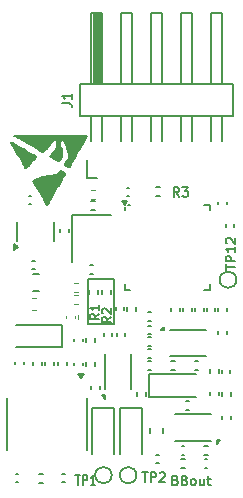
<source format=gbr>
%TF.GenerationSoftware,KiCad,Pcbnew,8.0.0*%
%TF.CreationDate,2024-03-04T10:53:05+03:00*%
%TF.ProjectId,micro17,6d696372-6f31-4372-9e6b-696361645f70,rev?*%
%TF.SameCoordinates,Original*%
%TF.FileFunction,Legend,Top*%
%TF.FilePolarity,Positive*%
%FSLAX46Y46*%
G04 Gerber Fmt 4.6, Leading zero omitted, Abs format (unit mm)*
G04 Created by KiCad (PCBNEW 8.0.0) date 2024-03-04 10:53:05*
%MOMM*%
%LPD*%
G01*
G04 APERTURE LIST*
%ADD10C,0.160000*%
%ADD11C,0.120000*%
%ADD12R,0.760000X6.000000*%
G04 APERTURE END LIST*
D10*
X187400000Y-62200000D02*
X189600000Y-62200000D01*
X189600000Y-66000000D02*
X187400000Y-66000000D01*
X189600000Y-62200000D02*
X189600000Y-66000000D01*
X187400000Y-66000000D02*
X187400000Y-62200000D01*
X194812405Y-79224727D02*
X194926691Y-79262822D01*
X194926691Y-79262822D02*
X194964786Y-79300918D01*
X194964786Y-79300918D02*
X195002882Y-79377108D01*
X195002882Y-79377108D02*
X195002882Y-79491394D01*
X195002882Y-79491394D02*
X194964786Y-79567584D01*
X194964786Y-79567584D02*
X194926691Y-79605680D01*
X194926691Y-79605680D02*
X194850501Y-79643775D01*
X194850501Y-79643775D02*
X194545739Y-79643775D01*
X194545739Y-79643775D02*
X194545739Y-78843775D01*
X194545739Y-78843775D02*
X194812405Y-78843775D01*
X194812405Y-78843775D02*
X194888596Y-78881870D01*
X194888596Y-78881870D02*
X194926691Y-78919965D01*
X194926691Y-78919965D02*
X194964786Y-78996156D01*
X194964786Y-78996156D02*
X194964786Y-79072346D01*
X194964786Y-79072346D02*
X194926691Y-79148537D01*
X194926691Y-79148537D02*
X194888596Y-79186632D01*
X194888596Y-79186632D02*
X194812405Y-79224727D01*
X194812405Y-79224727D02*
X194545739Y-79224727D01*
X195612405Y-79224727D02*
X195726691Y-79262822D01*
X195726691Y-79262822D02*
X195764786Y-79300918D01*
X195764786Y-79300918D02*
X195802882Y-79377108D01*
X195802882Y-79377108D02*
X195802882Y-79491394D01*
X195802882Y-79491394D02*
X195764786Y-79567584D01*
X195764786Y-79567584D02*
X195726691Y-79605680D01*
X195726691Y-79605680D02*
X195650501Y-79643775D01*
X195650501Y-79643775D02*
X195345739Y-79643775D01*
X195345739Y-79643775D02*
X195345739Y-78843775D01*
X195345739Y-78843775D02*
X195612405Y-78843775D01*
X195612405Y-78843775D02*
X195688596Y-78881870D01*
X195688596Y-78881870D02*
X195726691Y-78919965D01*
X195726691Y-78919965D02*
X195764786Y-78996156D01*
X195764786Y-78996156D02*
X195764786Y-79072346D01*
X195764786Y-79072346D02*
X195726691Y-79148537D01*
X195726691Y-79148537D02*
X195688596Y-79186632D01*
X195688596Y-79186632D02*
X195612405Y-79224727D01*
X195612405Y-79224727D02*
X195345739Y-79224727D01*
X196260024Y-79643775D02*
X196183834Y-79605680D01*
X196183834Y-79605680D02*
X196145739Y-79567584D01*
X196145739Y-79567584D02*
X196107643Y-79491394D01*
X196107643Y-79491394D02*
X196107643Y-79262822D01*
X196107643Y-79262822D02*
X196145739Y-79186632D01*
X196145739Y-79186632D02*
X196183834Y-79148537D01*
X196183834Y-79148537D02*
X196260024Y-79110441D01*
X196260024Y-79110441D02*
X196374310Y-79110441D01*
X196374310Y-79110441D02*
X196450501Y-79148537D01*
X196450501Y-79148537D02*
X196488596Y-79186632D01*
X196488596Y-79186632D02*
X196526691Y-79262822D01*
X196526691Y-79262822D02*
X196526691Y-79491394D01*
X196526691Y-79491394D02*
X196488596Y-79567584D01*
X196488596Y-79567584D02*
X196450501Y-79605680D01*
X196450501Y-79605680D02*
X196374310Y-79643775D01*
X196374310Y-79643775D02*
X196260024Y-79643775D01*
X197212406Y-79110441D02*
X197212406Y-79643775D01*
X196869549Y-79110441D02*
X196869549Y-79529489D01*
X196869549Y-79529489D02*
X196907644Y-79605680D01*
X196907644Y-79605680D02*
X196983834Y-79643775D01*
X196983834Y-79643775D02*
X197098120Y-79643775D01*
X197098120Y-79643775D02*
X197174311Y-79605680D01*
X197174311Y-79605680D02*
X197212406Y-79567584D01*
X197479073Y-79110441D02*
X197783835Y-79110441D01*
X197593359Y-78843775D02*
X197593359Y-79529489D01*
X197593359Y-79529489D02*
X197631454Y-79605680D01*
X197631454Y-79605680D02*
X197707644Y-79643775D01*
X197707644Y-79643775D02*
X197783835Y-79643775D01*
X188361775Y-65133332D02*
X187980822Y-65399999D01*
X188361775Y-65590475D02*
X187561775Y-65590475D01*
X187561775Y-65590475D02*
X187561775Y-65285713D01*
X187561775Y-65285713D02*
X187599870Y-65209523D01*
X187599870Y-65209523D02*
X187637965Y-65171428D01*
X187637965Y-65171428D02*
X187714156Y-65133332D01*
X187714156Y-65133332D02*
X187828441Y-65133332D01*
X187828441Y-65133332D02*
X187904632Y-65171428D01*
X187904632Y-65171428D02*
X187942727Y-65209523D01*
X187942727Y-65209523D02*
X187980822Y-65285713D01*
X187980822Y-65285713D02*
X187980822Y-65590475D01*
X188361775Y-64371428D02*
X188361775Y-64828571D01*
X188361775Y-64599999D02*
X187561775Y-64599999D01*
X187561775Y-64599999D02*
X187676060Y-64676190D01*
X187676060Y-64676190D02*
X187752251Y-64752380D01*
X187752251Y-64752380D02*
X187790346Y-64828571D01*
X191990476Y-78561775D02*
X192447619Y-78561775D01*
X192219047Y-79361775D02*
X192219047Y-78561775D01*
X192714286Y-79361775D02*
X192714286Y-78561775D01*
X192714286Y-78561775D02*
X193019048Y-78561775D01*
X193019048Y-78561775D02*
X193095238Y-78599870D01*
X193095238Y-78599870D02*
X193133333Y-78637965D01*
X193133333Y-78637965D02*
X193171429Y-78714156D01*
X193171429Y-78714156D02*
X193171429Y-78828441D01*
X193171429Y-78828441D02*
X193133333Y-78904632D01*
X193133333Y-78904632D02*
X193095238Y-78942727D01*
X193095238Y-78942727D02*
X193019048Y-78980822D01*
X193019048Y-78980822D02*
X192714286Y-78980822D01*
X193476190Y-78637965D02*
X193514286Y-78599870D01*
X193514286Y-78599870D02*
X193590476Y-78561775D01*
X193590476Y-78561775D02*
X193780952Y-78561775D01*
X193780952Y-78561775D02*
X193857143Y-78599870D01*
X193857143Y-78599870D02*
X193895238Y-78637965D01*
X193895238Y-78637965D02*
X193933333Y-78714156D01*
X193933333Y-78714156D02*
X193933333Y-78790346D01*
X193933333Y-78790346D02*
X193895238Y-78904632D01*
X193895238Y-78904632D02*
X193438095Y-79361775D01*
X193438095Y-79361775D02*
X193933333Y-79361775D01*
X195116667Y-55211775D02*
X194850000Y-54830822D01*
X194659524Y-55211775D02*
X194659524Y-54411775D01*
X194659524Y-54411775D02*
X194964286Y-54411775D01*
X194964286Y-54411775D02*
X195040476Y-54449870D01*
X195040476Y-54449870D02*
X195078571Y-54487965D01*
X195078571Y-54487965D02*
X195116667Y-54564156D01*
X195116667Y-54564156D02*
X195116667Y-54678441D01*
X195116667Y-54678441D02*
X195078571Y-54754632D01*
X195078571Y-54754632D02*
X195040476Y-54792727D01*
X195040476Y-54792727D02*
X194964286Y-54830822D01*
X194964286Y-54830822D02*
X194659524Y-54830822D01*
X195383333Y-54411775D02*
X195878571Y-54411775D01*
X195878571Y-54411775D02*
X195611905Y-54716537D01*
X195611905Y-54716537D02*
X195726190Y-54716537D01*
X195726190Y-54716537D02*
X195802381Y-54754632D01*
X195802381Y-54754632D02*
X195840476Y-54792727D01*
X195840476Y-54792727D02*
X195878571Y-54868918D01*
X195878571Y-54868918D02*
X195878571Y-55059394D01*
X195878571Y-55059394D02*
X195840476Y-55135584D01*
X195840476Y-55135584D02*
X195802381Y-55173680D01*
X195802381Y-55173680D02*
X195726190Y-55211775D01*
X195726190Y-55211775D02*
X195497619Y-55211775D01*
X195497619Y-55211775D02*
X195421428Y-55173680D01*
X195421428Y-55173680D02*
X195383333Y-55135584D01*
X185211775Y-47294166D02*
X185783203Y-47294166D01*
X185783203Y-47294166D02*
X185897489Y-47332261D01*
X185897489Y-47332261D02*
X185973680Y-47408452D01*
X185973680Y-47408452D02*
X186011775Y-47522737D01*
X186011775Y-47522737D02*
X186011775Y-47598928D01*
X186011775Y-46494166D02*
X186011775Y-46951309D01*
X186011775Y-46722737D02*
X185211775Y-46722737D01*
X185211775Y-46722737D02*
X185326060Y-46798928D01*
X185326060Y-46798928D02*
X185402251Y-46875118D01*
X185402251Y-46875118D02*
X185440346Y-46951309D01*
X199061775Y-61390476D02*
X199061775Y-60933333D01*
X199861775Y-61161905D02*
X199061775Y-61161905D01*
X199861775Y-60666666D02*
X199061775Y-60666666D01*
X199061775Y-60666666D02*
X199061775Y-60361904D01*
X199061775Y-60361904D02*
X199099870Y-60285714D01*
X199099870Y-60285714D02*
X199137965Y-60247619D01*
X199137965Y-60247619D02*
X199214156Y-60209523D01*
X199214156Y-60209523D02*
X199328441Y-60209523D01*
X199328441Y-60209523D02*
X199404632Y-60247619D01*
X199404632Y-60247619D02*
X199442727Y-60285714D01*
X199442727Y-60285714D02*
X199480822Y-60361904D01*
X199480822Y-60361904D02*
X199480822Y-60666666D01*
X199861775Y-59447619D02*
X199861775Y-59904762D01*
X199861775Y-59676190D02*
X199061775Y-59676190D01*
X199061775Y-59676190D02*
X199176060Y-59752381D01*
X199176060Y-59752381D02*
X199252251Y-59828571D01*
X199252251Y-59828571D02*
X199290346Y-59904762D01*
X199137965Y-59142857D02*
X199099870Y-59104761D01*
X199099870Y-59104761D02*
X199061775Y-59028571D01*
X199061775Y-59028571D02*
X199061775Y-58838095D01*
X199061775Y-58838095D02*
X199099870Y-58761904D01*
X199099870Y-58761904D02*
X199137965Y-58723809D01*
X199137965Y-58723809D02*
X199214156Y-58685714D01*
X199214156Y-58685714D02*
X199290346Y-58685714D01*
X199290346Y-58685714D02*
X199404632Y-58723809D01*
X199404632Y-58723809D02*
X199861775Y-59180952D01*
X199861775Y-59180952D02*
X199861775Y-58685714D01*
X186316666Y-78811775D02*
X186716666Y-78811775D01*
X186516666Y-79611775D02*
X186516666Y-78811775D01*
X186949999Y-79611775D02*
X186949999Y-78811775D01*
X186949999Y-78811775D02*
X187216666Y-78811775D01*
X187216666Y-78811775D02*
X187283333Y-78849870D01*
X187283333Y-78849870D02*
X187316666Y-78887965D01*
X187316666Y-78887965D02*
X187349999Y-78964156D01*
X187349999Y-78964156D02*
X187349999Y-79078441D01*
X187349999Y-79078441D02*
X187316666Y-79154632D01*
X187316666Y-79154632D02*
X187283333Y-79192727D01*
X187283333Y-79192727D02*
X187216666Y-79230822D01*
X187216666Y-79230822D02*
X186949999Y-79230822D01*
X188016666Y-79611775D02*
X187616666Y-79611775D01*
X187816666Y-79611775D02*
X187816666Y-78811775D01*
X187816666Y-78811775D02*
X187749999Y-78926060D01*
X187749999Y-78926060D02*
X187683333Y-79002251D01*
X187683333Y-79002251D02*
X187616666Y-79040346D01*
X189361775Y-65375000D02*
X188980822Y-65625000D01*
X189361775Y-65803571D02*
X188561775Y-65803571D01*
X188561775Y-65803571D02*
X188561775Y-65517857D01*
X188561775Y-65517857D02*
X188599870Y-65446428D01*
X188599870Y-65446428D02*
X188637965Y-65410714D01*
X188637965Y-65410714D02*
X188714156Y-65375000D01*
X188714156Y-65375000D02*
X188828441Y-65375000D01*
X188828441Y-65375000D02*
X188904632Y-65410714D01*
X188904632Y-65410714D02*
X188942727Y-65446428D01*
X188942727Y-65446428D02*
X188980822Y-65517857D01*
X188980822Y-65517857D02*
X188980822Y-65803571D01*
X188637965Y-65089285D02*
X188599870Y-65053571D01*
X188599870Y-65053571D02*
X188561775Y-64982143D01*
X188561775Y-64982143D02*
X188561775Y-64803571D01*
X188561775Y-64803571D02*
X188599870Y-64732143D01*
X188599870Y-64732143D02*
X188637965Y-64696428D01*
X188637965Y-64696428D02*
X188714156Y-64660714D01*
X188714156Y-64660714D02*
X188790346Y-64660714D01*
X188790346Y-64660714D02*
X188904632Y-64696428D01*
X188904632Y-64696428D02*
X189361775Y-65125000D01*
X189361775Y-65125000D02*
X189361775Y-64660714D01*
D11*
%TO.C,FB1*%
X182628733Y-63790000D02*
X182971267Y-63790000D01*
X182628733Y-64810000D02*
X182971267Y-64810000D01*
D10*
%TO.C,R13*%
X187220000Y-69221359D02*
X187220000Y-69528641D01*
X187980000Y-69221359D02*
X187980000Y-69528641D01*
%TO.C,C19*%
X192479664Y-66140000D02*
X192695336Y-66140000D01*
X192479664Y-66860000D02*
X192695336Y-66860000D01*
%TO.C,C31*%
X193377836Y-77061250D02*
X193162164Y-77061250D01*
X193377836Y-77781250D02*
X193162164Y-77781250D01*
D11*
%TO.C,R29*%
X187646359Y-54620000D02*
X187953641Y-54620000D01*
X187646359Y-55380000D02*
X187953641Y-55380000D01*
D10*
%TO.C,C28*%
X192590000Y-70265000D02*
X192590000Y-72135000D01*
X192590000Y-72135000D02*
X196500000Y-72135000D01*
X196500000Y-70265000D02*
X192590000Y-70265000D01*
%TO.C,C20*%
X198740000Y-70107836D02*
X198740000Y-69892164D01*
X199460000Y-70107836D02*
X199460000Y-69892164D01*
%TO.C,R1*%
X187520000Y-63146359D02*
X187520000Y-63453641D01*
X188280000Y-63146359D02*
X188280000Y-63453641D01*
%TO.C,R10*%
X192433859Y-67120000D02*
X192741141Y-67120000D01*
X192433859Y-67880000D02*
X192741141Y-67880000D01*
%TO.C,U2*%
X181390000Y-58200000D02*
X181390000Y-57400000D01*
X181390000Y-58200000D02*
X181390000Y-59000000D01*
X184510000Y-58200000D02*
X184510000Y-57400000D01*
X184510000Y-58200000D02*
X184510000Y-59000000D01*
X181440000Y-59500000D02*
X181110000Y-59740000D01*
X181110000Y-59260000D01*
X181440000Y-59500000D01*
G36*
X181440000Y-59500000D02*
G01*
X181110000Y-59740000D01*
X181110000Y-59260000D01*
X181440000Y-59500000D01*
G37*
%TO.C,R5*%
X196425000Y-64933641D02*
X196425000Y-64626359D01*
X197185000Y-64933641D02*
X197185000Y-64626359D01*
D11*
%TO.C,R27*%
X187280000Y-65246359D02*
X187280000Y-65553641D01*
X186520000Y-65246359D02*
X186520000Y-65553641D01*
D10*
%TO.C,R20*%
X192446359Y-69120000D02*
X192753641Y-69120000D01*
X192446359Y-69880000D02*
X192753641Y-69880000D01*
%TO.C,SYM1*%
X180879364Y-50607758D02*
X180918059Y-50629797D01*
X180979513Y-50665029D01*
X181061702Y-50712289D01*
X181162604Y-50770411D01*
X181280195Y-50838229D01*
X181412454Y-50914576D01*
X181557358Y-50998286D01*
X181712883Y-51088194D01*
X181877008Y-51183133D01*
X181939451Y-51219268D01*
X182106513Y-51315917D01*
X182265926Y-51408062D01*
X182415645Y-51494525D01*
X182553624Y-51574129D01*
X182677815Y-51645695D01*
X182786173Y-51708045D01*
X182876652Y-51760002D01*
X182947204Y-51800387D01*
X182995785Y-51828022D01*
X183020346Y-51841728D01*
X183022915Y-51843026D01*
X183015431Y-51854780D01*
X182989386Y-51886205D01*
X182947441Y-51934406D01*
X182892254Y-51996490D01*
X182826483Y-52069561D01*
X182752788Y-52150724D01*
X182673827Y-52237084D01*
X182592260Y-52325747D01*
X182510746Y-52413818D01*
X182431943Y-52498401D01*
X182358510Y-52576603D01*
X182293107Y-52645528D01*
X182238392Y-52702281D01*
X182197023Y-52743968D01*
X182182836Y-52757637D01*
X182135820Y-52801799D01*
X182112472Y-52765381D01*
X182101092Y-52746307D01*
X182075512Y-52702579D01*
X182036998Y-52636381D01*
X181986814Y-52549898D01*
X181926225Y-52445315D01*
X181856497Y-52324817D01*
X181778893Y-52190588D01*
X181694680Y-52044813D01*
X181605121Y-51889677D01*
X181513002Y-51730000D01*
X181418924Y-51566883D01*
X181328598Y-51410291D01*
X181243335Y-51262494D01*
X181164443Y-51125760D01*
X181093231Y-51002358D01*
X181031009Y-50894556D01*
X180979087Y-50804623D01*
X180938772Y-50734827D01*
X180911376Y-50687436D01*
X180898493Y-50665214D01*
X180877493Y-50627670D01*
X180866075Y-50604169D01*
X180865449Y-50600080D01*
X180879364Y-50607758D01*
G36*
X180879364Y-50607758D02*
G01*
X180918059Y-50629797D01*
X180979513Y-50665029D01*
X181061702Y-50712289D01*
X181162604Y-50770411D01*
X181280195Y-50838229D01*
X181412454Y-50914576D01*
X181557358Y-50998286D01*
X181712883Y-51088194D01*
X181877008Y-51183133D01*
X181939451Y-51219268D01*
X182106513Y-51315917D01*
X182265926Y-51408062D01*
X182415645Y-51494525D01*
X182553624Y-51574129D01*
X182677815Y-51645695D01*
X182786173Y-51708045D01*
X182876652Y-51760002D01*
X182947204Y-51800387D01*
X182995785Y-51828022D01*
X183020346Y-51841728D01*
X183022915Y-51843026D01*
X183015431Y-51854780D01*
X182989386Y-51886205D01*
X182947441Y-51934406D01*
X182892254Y-51996490D01*
X182826483Y-52069561D01*
X182752788Y-52150724D01*
X182673827Y-52237084D01*
X182592260Y-52325747D01*
X182510746Y-52413818D01*
X182431943Y-52498401D01*
X182358510Y-52576603D01*
X182293107Y-52645528D01*
X182238392Y-52702281D01*
X182197023Y-52743968D01*
X182182836Y-52757637D01*
X182135820Y-52801799D01*
X182112472Y-52765381D01*
X182101092Y-52746307D01*
X182075512Y-52702579D01*
X182036998Y-52636381D01*
X181986814Y-52549898D01*
X181926225Y-52445315D01*
X181856497Y-52324817D01*
X181778893Y-52190588D01*
X181694680Y-52044813D01*
X181605121Y-51889677D01*
X181513002Y-51730000D01*
X181418924Y-51566883D01*
X181328598Y-51410291D01*
X181243335Y-51262494D01*
X181164443Y-51125760D01*
X181093231Y-51002358D01*
X181031009Y-50894556D01*
X180979087Y-50804623D01*
X180938772Y-50734827D01*
X180911376Y-50687436D01*
X180898493Y-50665214D01*
X180877493Y-50627670D01*
X180866075Y-50604169D01*
X180865449Y-50600080D01*
X180879364Y-50607758D01*
G37*
X185126734Y-53061746D02*
X185175032Y-53086604D01*
X185244373Y-53126048D01*
X185292561Y-53154413D01*
X185364417Y-53198753D01*
X185420258Y-53236721D01*
X185456333Y-53265584D01*
X185468887Y-53282612D01*
X185468879Y-53282736D01*
X185461094Y-53298963D01*
X185439108Y-53339600D01*
X185404197Y-53402433D01*
X185357637Y-53485248D01*
X185300705Y-53585828D01*
X185234677Y-53701960D01*
X185160828Y-53831429D01*
X185080436Y-53972020D01*
X184994776Y-54121518D01*
X184905124Y-54277708D01*
X184812757Y-54438376D01*
X184718951Y-54601307D01*
X184624982Y-54764287D01*
X184532126Y-54925100D01*
X184441660Y-55081532D01*
X184354859Y-55231367D01*
X184273000Y-55372392D01*
X184197359Y-55502391D01*
X184129213Y-55619151D01*
X184069837Y-55720455D01*
X184020507Y-55804089D01*
X183982500Y-55867838D01*
X183957093Y-55909489D01*
X183945560Y-55926825D01*
X183945077Y-55927195D01*
X183935957Y-55914165D01*
X183912935Y-55876755D01*
X183877466Y-55817486D01*
X183831004Y-55738882D01*
X183775004Y-55643462D01*
X183710919Y-55533750D01*
X183640204Y-55412266D01*
X183564313Y-55281532D01*
X183484701Y-55144070D01*
X183402822Y-55002402D01*
X183320130Y-54859049D01*
X183238079Y-54716533D01*
X183158124Y-54577376D01*
X183081719Y-54444099D01*
X183010318Y-54319224D01*
X182945376Y-54205273D01*
X182888347Y-54104767D01*
X182840685Y-54020228D01*
X182803845Y-53954178D01*
X182779280Y-53909138D01*
X182768446Y-53887630D01*
X182768049Y-53886286D01*
X182781499Y-53868035D01*
X182818886Y-53840118D01*
X182875765Y-53805275D01*
X182947688Y-53766246D01*
X183022985Y-53729157D01*
X183125440Y-53684183D01*
X183233183Y-53643774D01*
X183349927Y-53607031D01*
X183479382Y-53573058D01*
X183625260Y-53540956D01*
X183791274Y-53509827D01*
X183981134Y-53478773D01*
X184177531Y-53449855D01*
X184348166Y-53424200D01*
X184491455Y-53398802D01*
X184610992Y-53372398D01*
X184710370Y-53343727D01*
X184793182Y-53311527D01*
X184863022Y-53274535D01*
X184923482Y-53231488D01*
X184978155Y-53181125D01*
X184995786Y-53162417D01*
X185034000Y-53118861D01*
X185062268Y-53083318D01*
X185075382Y-53062417D01*
X185075732Y-53060703D01*
X185080320Y-53050194D01*
X185096242Y-53050076D01*
X185126734Y-53061746D01*
G36*
X185126734Y-53061746D02*
G01*
X185175032Y-53086604D01*
X185244373Y-53126048D01*
X185292561Y-53154413D01*
X185364417Y-53198753D01*
X185420258Y-53236721D01*
X185456333Y-53265584D01*
X185468887Y-53282612D01*
X185468879Y-53282736D01*
X185461094Y-53298963D01*
X185439108Y-53339600D01*
X185404197Y-53402433D01*
X185357637Y-53485248D01*
X185300705Y-53585828D01*
X185234677Y-53701960D01*
X185160828Y-53831429D01*
X185080436Y-53972020D01*
X184994776Y-54121518D01*
X184905124Y-54277708D01*
X184812757Y-54438376D01*
X184718951Y-54601307D01*
X184624982Y-54764287D01*
X184532126Y-54925100D01*
X184441660Y-55081532D01*
X184354859Y-55231367D01*
X184273000Y-55372392D01*
X184197359Y-55502391D01*
X184129213Y-55619151D01*
X184069837Y-55720455D01*
X184020507Y-55804089D01*
X183982500Y-55867838D01*
X183957093Y-55909489D01*
X183945560Y-55926825D01*
X183945077Y-55927195D01*
X183935957Y-55914165D01*
X183912935Y-55876755D01*
X183877466Y-55817486D01*
X183831004Y-55738882D01*
X183775004Y-55643462D01*
X183710919Y-55533750D01*
X183640204Y-55412266D01*
X183564313Y-55281532D01*
X183484701Y-55144070D01*
X183402822Y-55002402D01*
X183320130Y-54859049D01*
X183238079Y-54716533D01*
X183158124Y-54577376D01*
X183081719Y-54444099D01*
X183010318Y-54319224D01*
X182945376Y-54205273D01*
X182888347Y-54104767D01*
X182840685Y-54020228D01*
X182803845Y-53954178D01*
X182779280Y-53909138D01*
X182768446Y-53887630D01*
X182768049Y-53886286D01*
X182781499Y-53868035D01*
X182818886Y-53840118D01*
X182875765Y-53805275D01*
X182947688Y-53766246D01*
X183022985Y-53729157D01*
X183125440Y-53684183D01*
X183233183Y-53643774D01*
X183349927Y-53607031D01*
X183479382Y-53573058D01*
X183625260Y-53540956D01*
X183791274Y-53509827D01*
X183981134Y-53478773D01*
X184177531Y-53449855D01*
X184348166Y-53424200D01*
X184491455Y-53398802D01*
X184610992Y-53372398D01*
X184710370Y-53343727D01*
X184793182Y-53311527D01*
X184863022Y-53274535D01*
X184923482Y-53231488D01*
X184978155Y-53181125D01*
X184995786Y-53162417D01*
X185034000Y-53118861D01*
X185062268Y-53083318D01*
X185075382Y-53062417D01*
X185075732Y-53060703D01*
X185080320Y-53050194D01*
X185096242Y-53050076D01*
X185126734Y-53061746D01*
G37*
X187129947Y-50425153D02*
X187083144Y-50506320D01*
X187022898Y-50610834D01*
X186951222Y-50735199D01*
X186870131Y-50875918D01*
X186781638Y-51029497D01*
X186687760Y-51192438D01*
X186590509Y-51361246D01*
X186491900Y-51532425D01*
X186393947Y-51702479D01*
X186369175Y-51745488D01*
X186278848Y-51902143D01*
X186192711Y-52051197D01*
X186112058Y-52190432D01*
X186038184Y-52317629D01*
X185972383Y-52430568D01*
X185915950Y-52527032D01*
X185870179Y-52604800D01*
X185836365Y-52661654D01*
X185815802Y-52695375D01*
X185810047Y-52703960D01*
X185797942Y-52710811D01*
X185777906Y-52708842D01*
X185745381Y-52696264D01*
X185695807Y-52671288D01*
X185624626Y-52632124D01*
X185619084Y-52629012D01*
X185553526Y-52591524D01*
X185498202Y-52558681D01*
X185458545Y-52533795D01*
X185439988Y-52520180D01*
X185439469Y-52519513D01*
X185443952Y-52500610D01*
X185464514Y-52458395D01*
X185499817Y-52395168D01*
X185548520Y-52313228D01*
X185609282Y-52214878D01*
X185680764Y-52102415D01*
X185698555Y-52074835D01*
X185744907Y-51998301D01*
X185778658Y-51932444D01*
X185796847Y-51883218D01*
X185798714Y-51873493D01*
X185797885Y-51830688D01*
X185788606Y-51762791D01*
X185772032Y-51674157D01*
X185749320Y-51569141D01*
X185721627Y-51452098D01*
X185690110Y-51327384D01*
X185655925Y-51199355D01*
X185620229Y-51072366D01*
X185584179Y-50950772D01*
X185548932Y-50838928D01*
X185515644Y-50741190D01*
X185485472Y-50661913D01*
X185464439Y-50614878D01*
X185439663Y-50564775D01*
X185416270Y-50516832D01*
X185415003Y-50514207D01*
X185376301Y-50465780D01*
X185319816Y-50433172D01*
X185254061Y-50417546D01*
X185187549Y-50420063D01*
X185128795Y-50441886D01*
X185095742Y-50470618D01*
X185048141Y-50549417D01*
X185013261Y-50647622D01*
X184994123Y-50755221D01*
X184991412Y-50816220D01*
X185002330Y-50930065D01*
X185034376Y-51024340D01*
X185089274Y-51103621D01*
X185106393Y-51121267D01*
X185157339Y-51170765D01*
X185160837Y-51520638D01*
X185164336Y-51870511D01*
X185075182Y-52005469D01*
X185033346Y-52066555D01*
X184993055Y-52121507D01*
X184960057Y-52162664D01*
X184945874Y-52177808D01*
X184905719Y-52215190D01*
X184851335Y-52185902D01*
X184816961Y-52164916D01*
X184798154Y-52148622D01*
X184796951Y-52145693D01*
X184784097Y-52133272D01*
X184762104Y-52124023D01*
X184740850Y-52115687D01*
X184708306Y-52099851D01*
X184661678Y-52074967D01*
X184598171Y-52039491D01*
X184514992Y-51991877D01*
X184409347Y-51930578D01*
X184351938Y-51897068D01*
X184284406Y-51856929D01*
X184240115Y-51828341D01*
X184215145Y-51807961D01*
X184205577Y-51792447D01*
X184207492Y-51778454D01*
X184209089Y-51775204D01*
X184224624Y-51754734D01*
X184257864Y-51716335D01*
X184304938Y-51664304D01*
X184361972Y-51602934D01*
X184411300Y-51550910D01*
X184524970Y-51427433D01*
X184613895Y-51320409D01*
X184678866Y-51228760D01*
X184720679Y-51151412D01*
X184734783Y-51112134D01*
X184740608Y-51077751D01*
X184746625Y-51019101D01*
X184752304Y-50942883D01*
X184757116Y-50855798D01*
X184759381Y-50800732D01*
X184762541Y-50705536D01*
X184763931Y-50635938D01*
X184763142Y-50586591D01*
X184759765Y-50552146D01*
X184753392Y-50527257D01*
X184743613Y-50506575D01*
X184735933Y-50493947D01*
X184691579Y-50445274D01*
X184634426Y-50411355D01*
X184574292Y-50396562D01*
X184529227Y-50401914D01*
X184488424Y-50425070D01*
X184437276Y-50466538D01*
X184382958Y-50519088D01*
X184332643Y-50575484D01*
X184293506Y-50628495D01*
X184279095Y-50654111D01*
X184257509Y-50689186D01*
X184218247Y-50742611D01*
X184164898Y-50810211D01*
X184101048Y-50887810D01*
X184030285Y-50971232D01*
X183956196Y-51056302D01*
X183882368Y-51138845D01*
X183812389Y-51214684D01*
X183749845Y-51279644D01*
X183700740Y-51327331D01*
X183646221Y-51374968D01*
X183600358Y-51410092D01*
X183568189Y-51429051D01*
X183557511Y-51431136D01*
X183541147Y-51422726D01*
X183500329Y-51400154D01*
X183437414Y-51364776D01*
X183354756Y-51317946D01*
X183254711Y-51261019D01*
X183139634Y-51195351D01*
X183011881Y-51122297D01*
X182873806Y-51043212D01*
X182727766Y-50959452D01*
X182576116Y-50872371D01*
X182421210Y-50783324D01*
X182265405Y-50693668D01*
X182111056Y-50604757D01*
X181960518Y-50517946D01*
X181816146Y-50434591D01*
X181680296Y-50356046D01*
X181555323Y-50283667D01*
X181443583Y-50218810D01*
X181347430Y-50162829D01*
X181269221Y-50117080D01*
X181211311Y-50082917D01*
X181176054Y-50061696D01*
X181165835Y-50055037D01*
X181179598Y-50053720D01*
X181222896Y-50052441D01*
X181294286Y-50051204D01*
X181392327Y-50050017D01*
X181515578Y-50048885D01*
X181662597Y-50047814D01*
X181831943Y-50046811D01*
X182022174Y-50045881D01*
X182231849Y-50045032D01*
X182459527Y-50044268D01*
X182703765Y-50043597D01*
X182963123Y-50043024D01*
X183236159Y-50042556D01*
X183521432Y-50042198D01*
X183817500Y-50041958D01*
X184122921Y-50041841D01*
X184251076Y-50041829D01*
X187351030Y-50041829D01*
X187129947Y-50425153D01*
G36*
X187129947Y-50425153D02*
G01*
X187083144Y-50506320D01*
X187022898Y-50610834D01*
X186951222Y-50735199D01*
X186870131Y-50875918D01*
X186781638Y-51029497D01*
X186687760Y-51192438D01*
X186590509Y-51361246D01*
X186491900Y-51532425D01*
X186393947Y-51702479D01*
X186369175Y-51745488D01*
X186278848Y-51902143D01*
X186192711Y-52051197D01*
X186112058Y-52190432D01*
X186038184Y-52317629D01*
X185972383Y-52430568D01*
X185915950Y-52527032D01*
X185870179Y-52604800D01*
X185836365Y-52661654D01*
X185815802Y-52695375D01*
X185810047Y-52703960D01*
X185797942Y-52710811D01*
X185777906Y-52708842D01*
X185745381Y-52696264D01*
X185695807Y-52671288D01*
X185624626Y-52632124D01*
X185619084Y-52629012D01*
X185553526Y-52591524D01*
X185498202Y-52558681D01*
X185458545Y-52533795D01*
X185439988Y-52520180D01*
X185439469Y-52519513D01*
X185443952Y-52500610D01*
X185464514Y-52458395D01*
X185499817Y-52395168D01*
X185548520Y-52313228D01*
X185609282Y-52214878D01*
X185680764Y-52102415D01*
X185698555Y-52074835D01*
X185744907Y-51998301D01*
X185778658Y-51932444D01*
X185796847Y-51883218D01*
X185798714Y-51873493D01*
X185797885Y-51830688D01*
X185788606Y-51762791D01*
X185772032Y-51674157D01*
X185749320Y-51569141D01*
X185721627Y-51452098D01*
X185690110Y-51327384D01*
X185655925Y-51199355D01*
X185620229Y-51072366D01*
X185584179Y-50950772D01*
X185548932Y-50838928D01*
X185515644Y-50741190D01*
X185485472Y-50661913D01*
X185464439Y-50614878D01*
X185439663Y-50564775D01*
X185416270Y-50516832D01*
X185415003Y-50514207D01*
X185376301Y-50465780D01*
X185319816Y-50433172D01*
X185254061Y-50417546D01*
X185187549Y-50420063D01*
X185128795Y-50441886D01*
X185095742Y-50470618D01*
X185048141Y-50549417D01*
X185013261Y-50647622D01*
X184994123Y-50755221D01*
X184991412Y-50816220D01*
X185002330Y-50930065D01*
X185034376Y-51024340D01*
X185089274Y-51103621D01*
X185106393Y-51121267D01*
X185157339Y-51170765D01*
X185160837Y-51520638D01*
X185164336Y-51870511D01*
X185075182Y-52005469D01*
X185033346Y-52066555D01*
X184993055Y-52121507D01*
X184960057Y-52162664D01*
X184945874Y-52177808D01*
X184905719Y-52215190D01*
X184851335Y-52185902D01*
X184816961Y-52164916D01*
X184798154Y-52148622D01*
X184796951Y-52145693D01*
X184784097Y-52133272D01*
X184762104Y-52124023D01*
X184740850Y-52115687D01*
X184708306Y-52099851D01*
X184661678Y-52074967D01*
X184598171Y-52039491D01*
X184514992Y-51991877D01*
X184409347Y-51930578D01*
X184351938Y-51897068D01*
X184284406Y-51856929D01*
X184240115Y-51828341D01*
X184215145Y-51807961D01*
X184205577Y-51792447D01*
X184207492Y-51778454D01*
X184209089Y-51775204D01*
X184224624Y-51754734D01*
X184257864Y-51716335D01*
X184304938Y-51664304D01*
X184361972Y-51602934D01*
X184411300Y-51550910D01*
X184524970Y-51427433D01*
X184613895Y-51320409D01*
X184678866Y-51228760D01*
X184720679Y-51151412D01*
X184734783Y-51112134D01*
X184740608Y-51077751D01*
X184746625Y-51019101D01*
X184752304Y-50942883D01*
X184757116Y-50855798D01*
X184759381Y-50800732D01*
X184762541Y-50705536D01*
X184763931Y-50635938D01*
X184763142Y-50586591D01*
X184759765Y-50552146D01*
X184753392Y-50527257D01*
X184743613Y-50506575D01*
X184735933Y-50493947D01*
X184691579Y-50445274D01*
X184634426Y-50411355D01*
X184574292Y-50396562D01*
X184529227Y-50401914D01*
X184488424Y-50425070D01*
X184437276Y-50466538D01*
X184382958Y-50519088D01*
X184332643Y-50575484D01*
X184293506Y-50628495D01*
X184279095Y-50654111D01*
X184257509Y-50689186D01*
X184218247Y-50742611D01*
X184164898Y-50810211D01*
X184101048Y-50887810D01*
X184030285Y-50971232D01*
X183956196Y-51056302D01*
X183882368Y-51138845D01*
X183812389Y-51214684D01*
X183749845Y-51279644D01*
X183700740Y-51327331D01*
X183646221Y-51374968D01*
X183600358Y-51410092D01*
X183568189Y-51429051D01*
X183557511Y-51431136D01*
X183541147Y-51422726D01*
X183500329Y-51400154D01*
X183437414Y-51364776D01*
X183354756Y-51317946D01*
X183254711Y-51261019D01*
X183139634Y-51195351D01*
X183011881Y-51122297D01*
X182873806Y-51043212D01*
X182727766Y-50959452D01*
X182576116Y-50872371D01*
X182421210Y-50783324D01*
X182265405Y-50693668D01*
X182111056Y-50604757D01*
X181960518Y-50517946D01*
X181816146Y-50434591D01*
X181680296Y-50356046D01*
X181555323Y-50283667D01*
X181443583Y-50218810D01*
X181347430Y-50162829D01*
X181269221Y-50117080D01*
X181211311Y-50082917D01*
X181176054Y-50061696D01*
X181165835Y-50055037D01*
X181179598Y-50053720D01*
X181222896Y-50052441D01*
X181294286Y-50051204D01*
X181392327Y-50050017D01*
X181515578Y-50048885D01*
X181662597Y-50047814D01*
X181831943Y-50046811D01*
X182022174Y-50045881D01*
X182231849Y-50045032D01*
X182459527Y-50044268D01*
X182703765Y-50043597D01*
X182963123Y-50043024D01*
X183236159Y-50042556D01*
X183521432Y-50042198D01*
X183817500Y-50041958D01*
X184122921Y-50041841D01*
X184251076Y-50041829D01*
X187351030Y-50041829D01*
X187129947Y-50425153D01*
G37*
%TO.C,R16*%
X183578641Y-78657500D02*
X183271359Y-78657500D01*
X183578641Y-79417500D02*
X183271359Y-79417500D01*
%TO.C,R9*%
X198720000Y-72053641D02*
X198720000Y-71746359D01*
X199480000Y-72053641D02*
X199480000Y-71746359D01*
%TO.C,R4*%
X187646359Y-55620000D02*
X187953641Y-55620000D01*
X187646359Y-56380000D02*
X187953641Y-56380000D01*
%TO.C,C17*%
X192707836Y-68140000D02*
X192492164Y-68140000D01*
X192707836Y-68860000D02*
X192492164Y-68860000D01*
%TO.C,C7*%
X197447500Y-64672164D02*
X197447500Y-64887836D01*
X198167500Y-64672164D02*
X198167500Y-64887836D01*
%TO.C,C34*%
X190065000Y-73090000D02*
X190065000Y-77000000D01*
X191935000Y-73090000D02*
X190065000Y-73090000D01*
X191935000Y-77000000D02*
X191935000Y-73090000D01*
%TO.C,C13*%
X182652164Y-60640000D02*
X182867836Y-60640000D01*
X182652164Y-61360000D02*
X182867836Y-61360000D01*
%TO.C,R21*%
X194446359Y-69120000D02*
X194753641Y-69120000D01*
X194446359Y-69880000D02*
X194753641Y-69880000D01*
%TO.C,TP2*%
X191500000Y-78800000D02*
G75*
G02*
X190100000Y-78800000I-700000J0D01*
G01*
X190100000Y-78800000D02*
G75*
G02*
X191500000Y-78800000I700000J0D01*
G01*
%TO.C,C24*%
X186240000Y-69472836D02*
X186240000Y-69257164D01*
X186960000Y-69472836D02*
X186960000Y-69257164D01*
%TO.C,R24*%
X192677500Y-75258508D02*
X192677500Y-74783992D01*
X193722500Y-75258508D02*
X193722500Y-74783992D01*
D11*
%TO.C,C12*%
X186260000Y-65292164D02*
X186260000Y-65507836D01*
X185540000Y-65292164D02*
X185540000Y-65507836D01*
D10*
%TO.C,R14*%
X187620000Y-71221359D02*
X187620000Y-71528641D01*
X188380000Y-71221359D02*
X188380000Y-71528641D01*
%TO.C,R8*%
X192446359Y-65020000D02*
X192753641Y-65020000D01*
X192446359Y-65780000D02*
X192753641Y-65780000D01*
%TO.C,R3*%
X193453641Y-54420000D02*
X193146359Y-54420000D01*
X193453641Y-55180000D02*
X193146359Y-55180000D01*
%TO.C,R11*%
X197720000Y-70153641D02*
X197720000Y-69846359D01*
X198480000Y-70153641D02*
X198480000Y-69846359D01*
%TO.C,C26*%
X181300000Y-67935000D02*
X185210000Y-67935000D01*
X185210000Y-66065000D02*
X181300000Y-66065000D01*
X185210000Y-67935000D02*
X185210000Y-66065000D01*
%TO.C,C27*%
X187765000Y-73090000D02*
X187765000Y-77000000D01*
X189635000Y-73090000D02*
X187765000Y-73090000D01*
X189635000Y-77000000D02*
X189635000Y-73090000D01*
%TO.C,C32*%
X195692164Y-72540000D02*
X195907836Y-72540000D01*
X195692164Y-73260000D02*
X195907836Y-73260000D01*
%TO.C,C23*%
X181240000Y-69407836D02*
X181240000Y-69192164D01*
X181960000Y-69407836D02*
X181960000Y-69192164D01*
%TO.C,C30*%
X198440000Y-66807836D02*
X198440000Y-66592164D01*
X199160000Y-66807836D02*
X199160000Y-66592164D01*
%TO.C,R17*%
X191520000Y-72053641D02*
X191520000Y-71746359D01*
X192280000Y-72053641D02*
X192280000Y-71746359D01*
%TO.C,U6*%
X194350000Y-66490000D02*
X197350000Y-66490000D01*
X194350000Y-68710000D02*
X197350000Y-68710000D01*
X193840000Y-66510000D02*
X193560000Y-66510000D01*
X193840000Y-66230000D01*
X193840000Y-66510000D01*
G36*
X193840000Y-66510000D02*
G01*
X193560000Y-66510000D01*
X193840000Y-66230000D01*
X193840000Y-66510000D01*
G37*
%TO.C,R22*%
X197553641Y-76332500D02*
X197246359Y-76332500D01*
X197553641Y-77092500D02*
X197246359Y-77092500D01*
%TO.C,J1*%
X186730000Y-45652500D02*
X199670000Y-45652500D01*
X186730000Y-48392500D02*
X186730000Y-45652500D01*
X187300000Y-53642500D02*
X187300000Y-52072500D01*
X187680000Y-39652500D02*
X188560000Y-39652500D01*
X187680000Y-45652500D02*
X187680000Y-39652500D01*
X187680000Y-50502500D02*
X187680000Y-48392500D01*
X188120000Y-53642500D02*
X187300000Y-53642500D01*
X188560000Y-39652500D02*
X188560000Y-45652500D01*
X188560000Y-50502500D02*
X188560000Y-48392500D01*
X190220000Y-39652500D02*
X191100000Y-39652500D01*
X190220000Y-45652500D02*
X190220000Y-39652500D01*
X190220000Y-50502500D02*
X190220000Y-48392500D01*
X191100000Y-39652500D02*
X191100000Y-45652500D01*
X191100000Y-50502500D02*
X191100000Y-48392500D01*
X192760000Y-39652500D02*
X193640000Y-39652500D01*
X192760000Y-45652500D02*
X192760000Y-39652500D01*
X192760000Y-50502500D02*
X192760000Y-48392500D01*
X193640000Y-39652500D02*
X193640000Y-45652500D01*
X193640000Y-50502500D02*
X193640000Y-48392500D01*
X195300000Y-39652500D02*
X196180000Y-39652500D01*
X195300000Y-45652500D02*
X195300000Y-39652500D01*
X195300000Y-50502500D02*
X195300000Y-48392500D01*
X196180000Y-39652500D02*
X196180000Y-45652500D01*
X196180000Y-50502500D02*
X196180000Y-48392500D01*
X197840000Y-39652500D02*
X198720000Y-39652500D01*
X197840000Y-45652500D02*
X197840000Y-39652500D01*
X197840000Y-50502500D02*
X197840000Y-48392500D01*
X198720000Y-39652500D02*
X198720000Y-45652500D01*
X198720000Y-50502500D02*
X198720000Y-48392500D01*
X199670000Y-45652500D02*
X199670000Y-48392500D01*
X199670000Y-48392500D02*
X186730000Y-48392500D01*
%TO.C,C3*%
X198440000Y-55870336D02*
X198440000Y-55654664D01*
X199160000Y-55870336D02*
X199160000Y-55654664D01*
%TO.C,C29*%
X197292164Y-77452500D02*
X197507836Y-77452500D01*
X197292164Y-78172500D02*
X197507836Y-78172500D01*
%TO.C,C2*%
X187807836Y-61040000D02*
X187592164Y-61040000D01*
X187807836Y-61760000D02*
X187592164Y-61760000D01*
%TO.C,U5*%
X180515000Y-74437500D02*
X180515000Y-72237500D01*
X180515000Y-74437500D02*
X180515000Y-76637500D01*
X187285000Y-74437500D02*
X187285000Y-72237500D01*
X187285000Y-74437500D02*
X187285000Y-76637500D01*
X186825000Y-70577500D02*
X186585000Y-70247500D01*
X187065000Y-70247500D01*
X186825000Y-70577500D01*
G36*
X186825000Y-70577500D02*
G01*
X186585000Y-70247500D01*
X187065000Y-70247500D01*
X186825000Y-70577500D01*
G37*
%TO.C,U4*%
X188827500Y-71537500D02*
X188827500Y-68537500D01*
X191047500Y-71537500D02*
X191047500Y-68537500D01*
X188847500Y-72327500D02*
X188567500Y-72047500D01*
X188847500Y-72047500D01*
X188847500Y-72327500D01*
G36*
X188847500Y-72327500D02*
G01*
X188567500Y-72047500D01*
X188847500Y-72047500D01*
X188847500Y-72327500D01*
G37*
%TO.C,C6*%
X199040000Y-57554664D02*
X199040000Y-57770336D01*
X199760000Y-57554664D02*
X199760000Y-57770336D01*
%TO.C,U7*%
X197800000Y-73640000D02*
X194800000Y-73640000D01*
X197800000Y-75860000D02*
X194800000Y-75860000D01*
X198310000Y-76120000D02*
X198310000Y-75840000D01*
X198590000Y-75840000D01*
X198310000Y-76120000D01*
G36*
X198310000Y-76120000D02*
G01*
X198310000Y-75840000D01*
X198590000Y-75840000D01*
X198310000Y-76120000D01*
G37*
%TO.C,C10*%
X182738748Y-61765000D02*
X183261252Y-61765000D01*
X182738748Y-63235000D02*
X183261252Y-63235000D01*
D11*
%TO.C,R28*%
X186553641Y-62520000D02*
X186246359Y-62520000D01*
X186553641Y-63280000D02*
X186246359Y-63280000D01*
D10*
%TO.C,C18*%
X196707836Y-69140000D02*
X196492164Y-69140000D01*
X196707836Y-69860000D02*
X196492164Y-69860000D01*
D11*
%TO.C,R26*%
X186553641Y-64286666D02*
X186246359Y-64286666D01*
X186553641Y-63526666D02*
X186246359Y-63526666D01*
D10*
%TO.C,U1*%
X190490000Y-56365000D02*
X190490000Y-56130000D01*
X190490000Y-63110000D02*
X190490000Y-62635000D01*
X190965000Y-55890000D02*
X190790000Y-55890000D01*
X190965000Y-63110000D02*
X190490000Y-63110000D01*
X197235000Y-55890000D02*
X197710000Y-55890000D01*
X197235000Y-63110000D02*
X197710000Y-63110000D01*
X197710000Y-55890000D02*
X197710000Y-56365000D01*
X197710000Y-63110000D02*
X197710000Y-62635000D01*
X190490000Y-55890000D02*
X190250000Y-55560000D01*
X190730000Y-55560000D01*
X190490000Y-55890000D01*
G36*
X190490000Y-55890000D02*
G01*
X190250000Y-55560000D01*
X190730000Y-55560000D01*
X190490000Y-55890000D01*
G37*
%TO.C,R23*%
X195603641Y-77432500D02*
X195296359Y-77432500D01*
X195603641Y-78192500D02*
X195296359Y-78192500D01*
%TO.C,C8*%
X194450000Y-64672164D02*
X194450000Y-64887836D01*
X195170000Y-64672164D02*
X195170000Y-64887836D01*
%TO.C,C16*%
X189840000Y-66982836D02*
X189840000Y-66767164D01*
X190560000Y-66982836D02*
X190560000Y-66767164D01*
%TO.C,C21*%
X186240000Y-67257164D02*
X186240000Y-67472836D01*
X186960000Y-67257164D02*
X186960000Y-67472836D01*
%TO.C,C9*%
X195442500Y-64887836D02*
X195442500Y-64672164D01*
X196162500Y-64887836D02*
X196162500Y-64672164D01*
%TO.C,C14*%
X189740000Y-64807836D02*
X189740000Y-64592164D01*
X190460000Y-64807836D02*
X190460000Y-64592164D01*
%TO.C,C22*%
X181507836Y-78677500D02*
X181292164Y-78677500D01*
X181507836Y-79397500D02*
X181292164Y-79397500D01*
%TO.C,R12*%
X187220000Y-67221359D02*
X187220000Y-67528641D01*
X187980000Y-67221359D02*
X187980000Y-67528641D01*
%TO.C,C35*%
X188740000Y-66982836D02*
X188740000Y-66767164D01*
X189460000Y-66982836D02*
X189460000Y-66767164D01*
%TO.C,C4*%
X190907836Y-54440000D02*
X190692164Y-54440000D01*
X190907836Y-55160000D02*
X190692164Y-55160000D01*
%TO.C,Y1*%
X186050000Y-56750000D02*
X186050000Y-60750000D01*
X189350000Y-56750000D02*
X186050000Y-56750000D01*
%TO.C,R15*%
X184820000Y-69491141D02*
X184820000Y-69183859D01*
X185580000Y-69491141D02*
X185580000Y-69183859D01*
%TO.C,TP12*%
X199950000Y-62250000D02*
G75*
G02*
X198550000Y-62250000I-700000J0D01*
G01*
X198550000Y-62250000D02*
G75*
G02*
X199950000Y-62250000I700000J0D01*
G01*
%TO.C,TP1*%
X189400000Y-78800000D02*
G75*
G02*
X188000000Y-78800000I-700000J0D01*
G01*
X188000000Y-78800000D02*
G75*
G02*
X189400000Y-78800000I700000J0D01*
G01*
%TO.C,R19*%
X182745000Y-69183859D02*
X182745000Y-69491141D01*
X183505000Y-69183859D02*
X183505000Y-69491141D01*
%TO.C,R18*%
X183745000Y-69183859D02*
X183745000Y-69491141D01*
X184505000Y-69183859D02*
X184505000Y-69491141D01*
%TO.C,C5*%
X198440000Y-64672164D02*
X198440000Y-64887836D01*
X199160000Y-64672164D02*
X199160000Y-64887836D01*
%TO.C,C1*%
X185040000Y-57992164D02*
X185040000Y-58207836D01*
X185760000Y-57992164D02*
X185760000Y-58207836D01*
%TO.C,R2*%
X188620000Y-63453641D02*
X188620000Y-63146359D01*
X189380000Y-63453641D02*
X189380000Y-63146359D01*
%TO.C,C11*%
X182372164Y-55140000D02*
X182587836Y-55140000D01*
X182372164Y-55860000D02*
X182587836Y-55860000D01*
%TO.C,C33*%
X195342164Y-76352500D02*
X195557836Y-76352500D01*
X195342164Y-77072500D02*
X195557836Y-77072500D01*
%TO.C,R6*%
X190720000Y-64546359D02*
X190720000Y-64853641D01*
X191480000Y-64546359D02*
X191480000Y-64853641D01*
%TO.C,C15*%
X197740000Y-72007836D02*
X197740000Y-71792164D01*
X198460000Y-72007836D02*
X198460000Y-71792164D01*
%TO.C,R7*%
X198770000Y-74053641D02*
X198770000Y-73746359D01*
X199530000Y-74053641D02*
X199530000Y-73746359D01*
%TO.C,C25*%
X185217164Y-78677500D02*
X185432836Y-78677500D01*
X185217164Y-79397500D02*
X185432836Y-79397500D01*
%TD*%
D12*
%TO.C,J1*%
X188120000Y-42652500D03*
%TD*%
M02*

</source>
